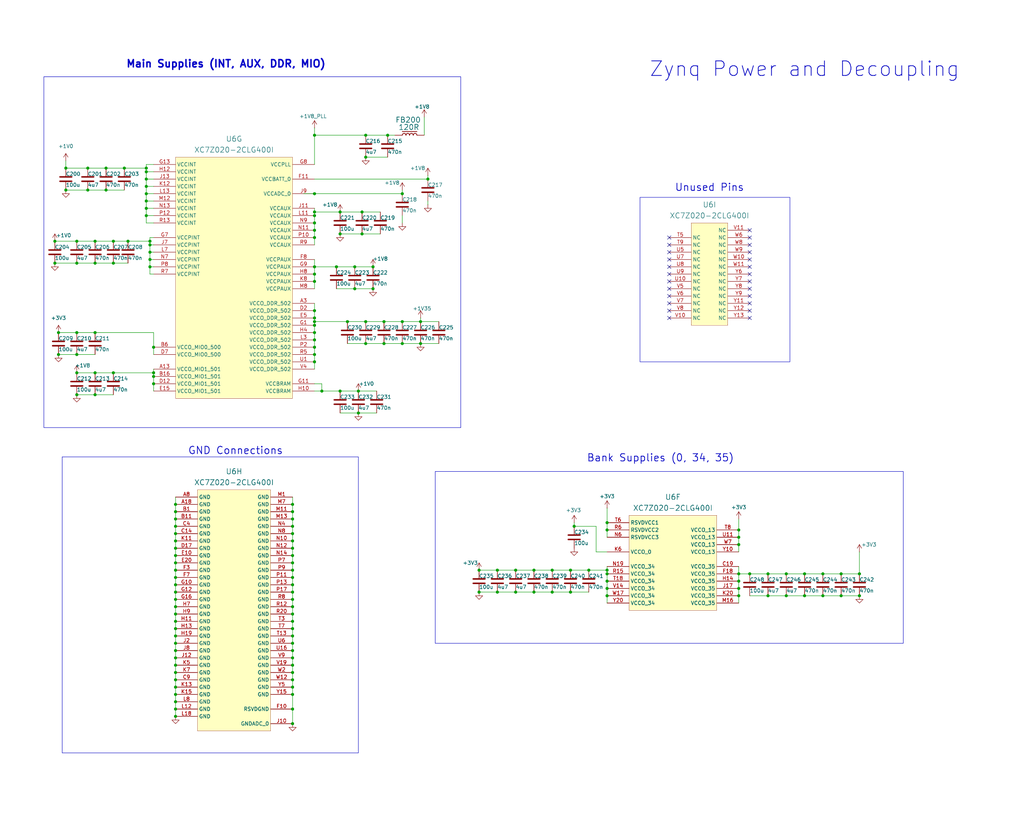
<source format=kicad_sch>
(kicad_sch (version 20231120) (generator "eeschema") (generator_version "8.0")
  (paper "User" 355.6 287.02)
  (title_block (title "Zynq Power and Decoupling") (date "2024-11-30") (rev "1"))
  (junction (at 60.96 200.66))
  (junction (at 50.8 69.85))
  (junction (at 60.96 238.76))
  (junction (at 210.82 199.39))
  (junction (at 101.6 193.04))
  (junction (at 109.22 107.95))
  (junction (at 185.42 198.12))
  (junction (at 101.6 220.98))
  (junction (at 101.6 198.12))
  (junction (at 285.75 199.39))
  (junction (at 33.02 115.57))
  (junction (at 101.6 228.6))
  (junction (at 279.4 199.39))
  (junction (at 53.34 133.35))
  (junction (at 109.22 46.99))
  (junction (at 52.07 85.09))
  (junction (at 125.73 81.28))
  (junction (at 36.83 58.42))
  (junction (at 256.54 204.47))
  (junction (at 101.6 185.42))
  (junction (at 60.96 218.44))
  (junction (at 109.22 77.47))
  (junction (at 185.42 205.74))
  (junction (at 101.6 205.74))
  (junction (at 26.67 115.57))
  (junction (at 50.8 67.31))
  (junction (at 109.22 92.71))
  (junction (at 266.7 199.39))
  (junction (at 101.6 190.5))
  (junction (at 204.47 198.12))
  (junction (at 260.35 199.39))
  (junction (at 101.6 238.76))
  (junction (at 60.96 236.22))
  (junction (at 101.6 241.3))
  (junction (at 109.22 67.31))
  (junction (at 52.07 87.63))
  (junction (at 60.96 243.84))
  (junction (at 60.96 175.26))
  (junction (at 109.22 123.19))
  (junction (at 210.82 204.47))
  (junction (at 298.45 199.39))
  (junction (at 39.37 91.44))
  (junction (at 109.22 82.55))
  (junction (at 60.96 208.28))
  (junction (at 53.34 130.81))
  (junction (at 20.32 115.57))
  (junction (at 60.96 233.68))
  (junction (at 256.54 186.69))
  (junction (at 60.96 213.36))
  (junction (at 101.6 175.26))
  (junction (at 127 119.38))
  (junction (at 109.22 118.11))
  (junction (at 60.96 241.3))
  (junction (at 198.12 198.12))
  (junction (at 256.54 207.01))
  (junction (at 39.37 129.54))
  (junction (at 26.67 137.16))
  (junction (at 52.07 90.17))
  (junction (at 146.05 119.38))
  (junction (at 148.59 62.23))
  (junction (at 127 46.99))
  (junction (at 292.1 199.39))
  (junction (at 101.6 210.82))
  (junction (at 127 54.61))
  (junction (at 109.22 80.01))
  (junction (at 101.6 213.36))
  (junction (at 101.6 203.2))
  (junction (at 109.22 74.93))
  (junction (at 60.96 246.38))
  (junction (at 19.05 83.82))
  (junction (at 292.1 207.01))
  (junction (at 125.73 73.66))
  (junction (at 39.37 83.82))
  (junction (at 60.96 215.9))
  (junction (at 101.6 177.8))
  (junction (at 210.82 198.12))
  (junction (at 50.8 62.23))
  (junction (at 210.82 181.61))
  (junction (at 60.96 220.98))
  (junction (at 256.54 201.93))
  (junction (at 210.82 207.01))
  (junction (at 33.02 137.16))
  (junction (at 172.72 205.74))
  (junction (at 279.4 207.01))
  (junction (at 109.22 125.73))
  (junction (at 36.83 66.04))
  (junction (at 273.05 207.01))
  (junction (at 101.6 195.58))
  (junction (at 101.6 231.14))
  (junction (at 109.22 73.66))
  (junction (at 30.48 58.42))
  (junction (at 133.35 119.38))
  (junction (at 60.96 185.42))
  (junction (at 60.96 187.96))
  (junction (at 111.76 135.89))
  (junction (at 60.96 231.14))
  (junction (at 109.22 110.49))
  (junction (at 50.8 74.93))
  (junction (at 60.96 182.88))
  (junction (at 26.67 123.19))
  (junction (at 101.6 246.38))
  (junction (at 33.02 91.44))
  (junction (at 139.7 119.38))
  (junction (at 172.72 198.12))
  (junction (at 256.54 184.15))
  (junction (at 166.37 205.74))
  (junction (at 101.6 180.34))
  (junction (at 60.96 203.2))
  (junction (at 101.6 223.52))
  (junction (at 139.7 111.76))
  (junction (at 101.6 182.88))
  (junction (at 60.96 180.34))
  (junction (at 53.34 129.54))
  (junction (at 133.35 111.76))
  (junction (at 266.7 207.01))
  (junction (at 26.67 83.82))
  (junction (at 118.11 81.28))
  (junction (at 139.7 67.31))
  (junction (at 146.05 111.76))
  (junction (at 199.39 182.88))
  (junction (at 118.11 135.89))
  (junction (at 60.96 228.6))
  (junction (at 118.11 73.66))
  (junction (at 22.86 58.42))
  (junction (at 166.37 198.12))
  (junction (at 101.6 208.28))
  (junction (at 124.46 135.89))
  (junction (at 191.77 198.12))
  (junction (at 123.19 92.71))
  (junction (at 123.19 100.33))
  (junction (at 101.6 200.66))
  (junction (at 33.02 83.82))
  (junction (at 210.82 184.15))
  (junction (at 116.84 92.71))
  (junction (at 53.34 120.65))
  (junction (at 50.8 72.39))
  (junction (at 26.67 91.44))
  (junction (at 26.67 129.54))
  (junction (at 60.96 177.8))
  (junction (at 129.54 100.33))
  (junction (at 60.96 190.5))
  (junction (at 50.8 59.69))
  (junction (at 50.8 58.42))
  (junction (at 60.96 210.82))
  (junction (at 43.18 58.42))
  (junction (at 129.54 92.71))
  (junction (at 120.65 111.76))
  (junction (at 101.6 233.68))
  (junction (at 101.6 236.22))
  (junction (at 127 111.76))
  (junction (at 134.62 46.99))
  (junction (at 101.6 251.46))
  (junction (at 256.54 189.23))
  (junction (at 101.6 215.9))
  (junction (at 33.02 129.54))
  (junction (at 60.96 198.12))
  (junction (at 109.22 113.03))
  (junction (at 101.6 218.44))
  (junction (at 50.8 64.77))
  (junction (at 179.07 198.12))
  (junction (at 109.22 120.65))
  (junction (at 60.96 195.58))
  (junction (at 285.75 207.01))
  (junction (at 101.6 226.06))
  (junction (at 20.32 123.19))
  (junction (at 109.22 115.57))
  (junction (at 60.96 193.04))
  (junction (at 191.77 205.74))
  (junction (at 109.22 111.76))
  (junction (at 179.07 205.74))
  (junction (at 19.05 91.44))
  (junction (at 60.96 205.74))
  (junction (at 60.96 223.52))
  (junction (at 52.07 92.71))
  (junction (at 30.48 66.04))
  (junction (at 52.07 83.82))
  (junction (at 60.96 248.92))
  (junction (at 298.45 207.01))
  (junction (at 44.45 83.82))
  (junction (at 273.05 199.39))
  (junction (at 256.54 199.39))
  (junction (at 109.22 95.25))
  (junction (at 210.82 201.93))
  (junction (at 22.86 66.04))
  (junction (at 101.6 187.96))
  (junction (at 109.22 97.79))
  (junction (at 124.46 143.51))
  (junction (at 198.12 205.74))
  (junction (at 60.96 226.06))
  (no_connect (at 232.41 95.25))
  (no_connect (at 260.35 102.87))
  (no_connect (at 232.41 90.17))
  (no_connect (at 232.41 102.87))
  (no_connect (at 260.35 82.55))
  (no_connect (at 260.35 110.49))
  (no_connect (at 260.35 92.71))
  (no_connect (at 260.35 105.41))
  (no_connect (at 232.41 97.79))
  (no_connect (at 232.41 105.41))
  (no_connect (at 232.41 92.71))
  (no_connect (at 232.41 87.63))
  (no_connect (at 260.35 97.79))
  (no_connect (at 232.41 100.33))
  (no_connect (at 260.35 87.63))
  (no_connect (at 260.35 90.17))
  (no_connect (at 260.35 107.95))
  (no_connect (at 232.41 107.95))
  (no_connect (at 232.41 85.09))
  (no_connect (at 260.35 100.33))
  (no_connect (at 260.35 80.01))
  (no_connect (at 232.41 82.55))
  (no_connect (at 232.41 110.49))
  (no_connect (at 260.35 85.09))
  (no_connect (at 260.35 95.25))
  (wire (pts (xy 30.48 58.42) (xy 36.83 58.42)))
  (wire (pts (xy 266.7 207.01) (xy 260.35 207.01)))
  (wire (pts (xy 60.96 177.8) (xy 60.96 180.34)))
  (wire (pts (xy 60.96 193.04) (xy 60.96 195.58)))
  (wire (pts (xy 124.46 143.51) (xy 130.81 143.51)))
  (wire (pts (xy 109.22 133.35) (xy 111.76 133.35)))
  (wire (pts (xy 109.22 125.73) (xy 109.22 128.27)))
  (wire (pts (xy 109.22 92.71) (xy 116.84 92.71)))
  (wire (pts (xy 39.37 91.44) (xy 44.45 91.44)))
  (wire (pts (xy 53.34 82.55) (xy 52.07 82.55)))
  (wire (pts (xy 127 46.99) (xy 134.62 46.99)))
  (wire (pts (xy 210.82 199.39) (xy 210.82 201.93)))
  (wire (pts (xy 133.35 119.38) (xy 127 119.38)))
  (wire (pts (xy 109.22 111.76) (xy 109.22 113.03)))
  (wire (pts (xy 129.54 92.71) (xy 123.19 92.71)))
  (wire (pts (xy 53.34 129.54) (xy 53.34 130.81)))
  (wire (pts (xy 207.01 191.77) (xy 207.01 182.88)))
  (wire (pts (xy 101.6 195.58) (xy 101.6 198.12)))
  (wire (pts (xy 19.05 91.44) (xy 26.67 91.44)))
  (wire (pts (xy 185.42 198.12) (xy 191.77 198.12)))
  (wire (pts (xy 30.48 66.04) (xy 36.83 66.04)))
  (wire (pts (xy 53.34 130.81) (xy 53.34 133.35)))
  (wire (pts (xy 198.12 198.12) (xy 204.47 198.12)))
  (wire (pts (xy 109.22 123.19) (xy 109.22 125.73)))
  (wire (pts (xy 101.6 218.44) (xy 101.6 220.98)))
  (wire (pts (xy 19.05 83.82) (xy 26.67 83.82)))
  (wire (pts (xy 26.67 115.57) (xy 33.02 115.57)))
  (wire (pts (xy 60.96 213.36) (xy 60.96 215.9)))
  (wire (pts (xy 101.6 172.72) (xy 101.6 175.26)))
  (wire (pts (xy 210.82 204.47) (xy 210.82 207.01)))
  (wire (pts (xy 109.22 118.11) (xy 109.22 120.65)))
  (wire (pts (xy 101.6 198.12) (xy 101.6 200.66)))
  (wire (pts (xy 109.22 62.23) (xy 148.59 62.23)))
  (wire (pts (xy 53.34 115.57) (xy 33.02 115.57)))
  (wire (pts (xy 101.6 182.88) (xy 101.6 185.42)))
  (wire (pts (xy 50.8 59.69) (xy 50.8 58.42)))
  (wire (pts (xy 172.72 198.12) (xy 179.07 198.12)))
  (wire (pts (xy 210.82 207.01) (xy 210.82 209.55)))
  (wire (pts (xy 43.18 58.42) (xy 50.8 58.42)))
  (wire (pts (xy 139.7 66.04) (xy 139.7 67.31)))
  (wire (pts (xy 52.07 83.82) (xy 52.07 85.09)))
  (wire (pts (xy 60.96 172.72) (xy 60.96 175.26)))
  (wire (pts (xy 50.8 59.69) (xy 50.8 62.23)))
  (wire (pts (xy 52.07 90.17) (xy 53.34 90.17)))
  (wire (pts (xy 256.54 199.39) (xy 260.35 199.39)))
  (wire (pts (xy 129.54 100.33) (xy 123.19 100.33)))
  (wire (pts (xy 146.05 119.38) (xy 152.4 119.38)))
  (wire (pts (xy 101.6 238.76) (xy 101.6 241.3)))
  (wire (pts (xy 109.22 72.39) (xy 109.22 73.66)))
  (wire (pts (xy 26.67 83.82) (xy 33.02 83.82)))
  (wire (pts (xy 60.96 185.42) (xy 60.96 187.96)))
  (wire (pts (xy 118.11 135.89) (xy 124.46 135.89)))
  (wire (pts (xy 207.01 182.88) (xy 199.39 182.88)))
  (wire (pts (xy 52.07 95.25) (xy 53.34 95.25)))
  (wire (pts (xy 166.37 205.74) (xy 172.72 205.74)))
  (wire (pts (xy 109.22 57.15) (xy 109.22 46.99)))
  (wire (pts (xy 101.6 213.36) (xy 101.6 215.9)))
  (wire (pts (xy 125.73 81.28) (xy 132.08 81.28)))
  (wire (pts (xy 109.22 97.79) (xy 109.22 100.33)))
  (wire (pts (xy 256.54 204.47) (xy 256.54 207.01)))
  (wire (pts (xy 33.02 91.44) (xy 39.37 91.44)))
  (wire (pts (xy 109.22 135.89) (xy 111.76 135.89)))
  (wire (pts (xy 285.75 199.39) (xy 292.1 199.39)))
  (wire (pts (xy 33.02 83.82) (xy 39.37 83.82)))
  (wire (pts (xy 50.8 69.85) (xy 50.8 72.39)))
  (wire (pts (xy 52.07 85.09) (xy 52.07 87.63)))
  (wire (pts (xy 210.82 176.53) (xy 210.82 181.61)))
  (wire (pts (xy 101.6 185.42) (xy 101.6 187.96)))
  (wire (pts (xy 60.96 223.52) (xy 60.96 226.06)))
  (wire (pts (xy 109.22 82.55) (xy 109.22 85.09)))
  (wire (pts (xy 39.37 83.82) (xy 44.45 83.82)))
  (wire (pts (xy 60.96 210.82) (xy 60.96 213.36)))
  (wire (pts (xy 127 54.61) (xy 134.62 54.61)))
  (wire (pts (xy 273.05 207.01) (xy 266.7 207.01)))
  (wire (pts (xy 36.83 66.04) (xy 43.18 66.04)))
  (wire (pts (xy 111.76 135.89) (xy 111.76 133.35)))
  (wire (pts (xy 123.19 100.33) (xy 116.84 100.33)))
  (wire (pts (xy 148.59 71.12) (xy 148.59 69.85)))
  (wire (pts (xy 101.6 210.82) (xy 101.6 213.36)))
  (wire (pts (xy 210.82 198.12) (xy 210.82 199.39)))
  (wire (pts (xy 109.22 67.31) (xy 139.7 67.31)))
  (wire (pts (xy 256.54 201.93) (xy 256.54 204.47)))
  (wire (pts (xy 33.02 129.54) (xy 39.37 129.54)))
  (wire (pts (xy 101.6 208.28) (xy 101.6 210.82)))
  (wire (pts (xy 166.37 198.12) (xy 172.72 198.12)))
  (wire (pts (xy 50.8 64.77) (xy 53.34 64.77)))
  (wire (pts (xy 101.6 180.34) (xy 101.6 182.88)))
  (wire (pts (xy 146.05 111.76) (xy 152.4 111.76)))
  (wire (pts (xy 52.07 82.55) (xy 52.07 83.82)))
  (wire (pts (xy 118.11 135.89) (xy 111.76 135.89)))
  (wire (pts (xy 101.6 200.66) (xy 101.6 203.2)))
  (wire (pts (xy 101.6 223.52) (xy 101.6 226.06)))
  (wire (pts (xy 109.22 95.25) (xy 109.22 97.79)))
  (wire (pts (xy 116.84 92.71) (xy 123.19 92.71)))
  (wire (pts (xy 109.22 120.65) (xy 109.22 123.19)))
  (wire (pts (xy 36.83 58.42) (xy 43.18 58.42)))
  (wire (pts (xy 60.96 220.98) (xy 60.96 223.52)))
  (wire (pts (xy 146.05 111.76) (xy 139.7 111.76)))
  (wire (pts (xy 101.6 175.26) (xy 101.6 177.8)))
  (wire (pts (xy 53.34 133.35) (xy 53.34 135.89)))
  (wire (pts (xy 60.96 218.44) (xy 60.96 220.98)))
  (wire (pts (xy 60.96 205.74) (xy 60.96 208.28)))
  (wire (pts (xy 109.22 74.93) (xy 109.22 77.47)))
  (wire (pts (xy 60.96 208.28) (xy 60.96 210.82)))
  (wire (pts (xy 210.82 191.77) (xy 207.01 191.77)))
  (wire (pts (xy 137.16 46.99) (xy 134.62 46.99)))
  (wire (pts (xy 50.8 72.39) (xy 53.34 72.39)))
  (wire (pts (xy 120.65 119.38) (xy 127 119.38)))
  (wire (pts (xy 50.8 77.47) (xy 50.8 74.93)))
  (wire (pts (xy 204.47 198.12) (xy 210.82 198.12)))
  (wire (pts (xy 127 111.76) (xy 120.65 111.76)))
  (wire (pts (xy 179.07 205.74) (xy 185.42 205.74)))
  (wire (pts (xy 256.54 180.34) (xy 256.54 184.15)))
  (wire (pts (xy 101.6 205.74) (xy 101.6 208.28)))
  (wire (pts (xy 53.34 128.27) (xy 53.34 129.54)))
  (wire (pts (xy 53.34 120.65) (xy 53.34 123.19)))
  (wire (pts (xy 39.37 129.54) (xy 53.34 129.54)))
  (wire (pts (xy 60.96 200.66) (xy 60.96 203.2)))
  (wire (pts (xy 273.05 199.39) (xy 279.4 199.39)))
  (wire (pts (xy 26.67 91.44) (xy 33.02 91.44)))
  (wire (pts (xy 210.82 196.85) (xy 210.82 198.12)))
  (wire (pts (xy 101.6 236.22) (xy 101.6 238.76)))
  (wire (pts (xy 20.32 123.19) (xy 26.67 123.19)))
  (wire (pts (xy 60.96 180.34) (xy 60.96 182.88)))
  (wire (pts (xy 101.6 231.14) (xy 101.6 233.68)))
  (wire (pts (xy 109.22 110.49) (xy 109.22 111.76)))
  (wire (pts (xy 60.96 233.68) (xy 60.96 236.22)))
  (wire (pts (xy 22.86 58.42) (xy 30.48 58.42)))
  (wire (pts (xy 101.6 220.98) (xy 101.6 223.52)))
  (wire (pts (xy 101.6 190.5) (xy 101.6 193.04)))
  (wire (pts (xy 109.22 90.17) (xy 109.22 92.71)))
  (wire (pts (xy 60.96 187.96) (xy 60.96 190.5)))
  (wire (pts (xy 33.02 137.16) (xy 39.37 137.16)))
  (wire (pts (xy 125.73 73.66) (xy 132.08 73.66)))
  (wire (pts (xy 109.22 113.03) (xy 109.22 115.57)))
  (wire (pts (xy 52.07 92.71) (xy 53.34 92.71)))
  (wire (pts (xy 50.8 67.31) (xy 50.8 64.77)))
  (wire (pts (xy 256.54 199.39) (xy 256.54 201.93)))
  (wire (pts (xy 256.54 207.01) (xy 256.54 209.55)))
  (wire (pts (xy 105.41 67.31) (xy 109.22 67.31)))
  (wire (pts (xy 185.42 205.74) (xy 191.77 205.74)))
  (wire (pts (xy 60.96 231.14) (xy 60.96 233.68)))
  (wire (pts (xy 127 111.76) (xy 133.35 111.76)))
  (wire (pts (xy 101.6 187.96) (xy 101.6 190.5)))
  (wire (pts (xy 50.8 59.69) (xy 53.34 59.69)))
  (wire (pts (xy 50.8 58.42) (xy 50.8 57.15)))
  (wire (pts (xy 44.45 83.82) (xy 52.07 83.82)))
  (wire (pts (xy 147.32 40.64) (xy 147.32 46.99)))
  (wire (pts (xy 139.7 74.93) (xy 139.7 77.47)))
  (wire (pts (xy 256.54 184.15) (xy 256.54 186.69)))
  (wire (pts (xy 109.22 80.01) (xy 109.22 82.55)))
  (wire (pts (xy 118.11 81.28) (xy 125.73 81.28)))
  (wire (pts (xy 139.7 119.38) (xy 146.05 119.38)))
  (wire (pts (xy 279.4 207.01) (xy 285.75 207.01)))
  (wire (pts (xy 52.07 92.71) (xy 52.07 95.25)))
  (wire (pts (xy 50.8 74.93) (xy 50.8 72.39)))
  (wire (pts (xy 101.6 203.2) (xy 101.6 205.74)))
  (wire (pts (xy 101.6 193.04) (xy 101.6 195.58)))
  (wire (pts (xy 60.96 238.76) (xy 60.96 241.3)))
  (wire (pts (xy 52.07 85.09) (xy 53.34 85.09)))
  (wire (pts (xy 101.6 241.3) (xy 101.6 246.38)))
  (wire (pts (xy 146.05 110.49) (xy 146.05 111.76)))
  (wire (pts (xy 101.6 226.06) (xy 101.6 228.6)))
  (wire (pts (xy 60.96 228.6) (xy 60.96 231.14)))
  (wire (pts (xy 273.05 199.39) (xy 266.7 199.39)))
  (wire (pts (xy 172.72 205.74) (xy 179.07 205.74)))
  (wire (pts (xy 256.54 186.69) (xy 256.54 189.23)))
  (wire (pts (xy 109.22 73.66) (xy 109.22 74.93)))
  (wire (pts (xy 20.32 115.57) (xy 26.67 115.57)))
  (wire (pts (xy 198.12 205.74) (xy 204.47 205.74)))
  (wire (pts (xy 60.96 226.06) (xy 60.96 228.6)))
  (wire (pts (xy 60.96 203.2) (xy 60.96 205.74)))
  (wire (pts (xy 273.05 207.01) (xy 279.4 207.01)))
  (wire (pts (xy 256.54 196.85) (xy 256.54 199.39)))
  (wire (pts (xy 133.35 119.38) (xy 139.7 119.38)))
  (wire (pts (xy 60.96 241.3) (xy 60.96 243.84)))
  (wire (pts (xy 101.6 233.68) (xy 101.6 236.22)))
  (wire (pts (xy 109.22 105.41) (xy 109.22 107.95)))
  (wire (pts (xy 139.7 111.76) (xy 133.35 111.76)))
  (wire (pts (xy 50.8 74.93) (xy 53.34 74.93)))
  (wire (pts (xy 191.77 205.74) (xy 198.12 205.74)))
  (wire (pts (xy 148.59 62.23) (xy 148.59 60.96)))
  (wire (pts (xy 199.39 181.61) (xy 199.39 182.88)))
  (wire (pts (xy 109.22 73.66) (xy 118.11 73.66)))
  (wire (pts (xy 60.96 195.58) (xy 60.96 198.12)))
  (wire (pts (xy 101.6 177.8) (xy 101.6 180.34)))
  (wire (pts (xy 52.07 87.63) (xy 53.34 87.63)))
  (wire (pts (xy 109.22 44.45) (xy 109.22 46.99)))
  (wire (pts (xy 53.34 120.65) (xy 53.34 115.57)))
  (wire (pts (xy 298.45 199.39) (xy 292.1 199.39)))
  (wire (pts (xy 60.96 236.22) (xy 60.96 238.76)))
  (wire (pts (xy 50.8 67.31) (xy 53.34 67.31)))
  (wire (pts (xy 60.96 215.9) (xy 60.96 218.44)))
  (wire (pts (xy 60.96 198.12) (xy 60.96 200.66)))
  (wire (pts (xy 124.46 135.89) (xy 130.81 135.89)))
  (wire (pts (xy 109.22 111.76) (xy 120.65 111.76)))
  (wire (pts (xy 210.82 181.61) (xy 210.82 184.15)))
  (wire (pts (xy 50.8 69.85) (xy 53.34 69.85)))
  (wire (pts (xy 52.07 87.63) (xy 52.07 90.17)))
  (wire (pts (xy 60.96 243.84) (xy 60.96 246.38)))
  (wire (pts (xy 101.6 215.9) (xy 101.6 218.44)))
  (wire (pts (xy 256.54 189.23) (xy 256.54 191.77)))
  (wire (pts (xy 210.82 184.15) (xy 210.82 186.69)))
  (wire (pts (xy 179.07 198.12) (xy 185.42 198.12)))
  (wire (pts (xy 292.1 207.01) (xy 298.45 207.01)))
  (wire (pts (xy 60.96 182.88) (xy 60.96 185.42)))
  (wire (pts (xy 101.6 246.38) (xy 101.6 251.46)))
  (wire (pts (xy 52.07 90.17) (xy 52.07 92.71)))
  (wire (pts (xy 191.77 198.12) (xy 198.12 198.12)))
  (wire (pts (xy 109.22 46.99) (xy 127 46.99)))
  (wire (pts (xy 22.86 66.04) (xy 30.48 66.04)))
  (wire (pts (xy 26.67 129.54) (xy 33.02 129.54)))
  (wire (pts (xy 298.45 191.77) (xy 298.45 199.39)))
  (wire (pts (xy 118.11 73.66) (xy 125.73 73.66)))
  (wire (pts (xy 101.6 228.6) (xy 101.6 231.14)))
  (wire (pts (xy 50.8 62.23) (xy 53.34 62.23)))
  (wire (pts (xy 50.8 69.85) (xy 50.8 67.31)))
  (wire (pts (xy 53.34 77.47) (xy 50.8 77.47)))
  (wire (pts (xy 109.22 107.95) (xy 109.22 110.49)))
  (wire (pts (xy 210.82 201.93) (xy 210.82 204.47)))
  (wire (pts (xy 22.86 55.88) (xy 22.86 58.42)))
  (wire (pts (xy 26.67 123.19) (xy 33.02 123.19)))
  (wire (pts (xy 50.8 57.15) (xy 53.34 57.15)))
  (wire (pts (xy 285.75 207.01) (xy 292.1 207.01)))
  (wire (pts (xy 109.22 77.47) (xy 109.22 80.01)))
  (wire (pts (xy 60.96 246.38) (xy 60.96 248.92)))
  (wire (pts (xy 60.96 175.26) (xy 60.96 177.8)))
  (wire (pts (xy 60.96 190.5) (xy 60.96 193.04)))
  (wire (pts (xy 260.35 199.39) (xy 266.7 199.39)))
  (wire (pts (xy 109.22 92.71) (xy 109.22 95.25)))
  (wire (pts (xy 279.4 199.39) (xy 285.75 199.39)))
  (wire (pts (xy 118.11 143.51) (xy 124.46 143.51)))
  (wire (pts (xy 50.8 64.77) (xy 50.8 62.23)))
  (wire (pts (xy 109.22 115.57) (xy 109.22 118.11)))
  (wire (pts (xy 26.67 137.16) (xy 33.02 137.16)))
  (rectangle (start 222.25 68.58) (end 274.32 125.73))
  (rectangle (start 151.13 163.83) (end 313.69 223.52))
  (rectangle (start 15.24 26.67) (end 160.02 148.59))
  (rectangle (start 21.59 158.75) (end 124.46 261.62))
  (text "Main Supplies (INT, AUX, DDR, MIO)" (at 78.486 22.352 0) (effects (font (size 2.54 2.54) (thickness 0.508) (bold yes))))
  (text "GND Connections" (at 81.788 156.718 0) (effects (font (size 2.54 2.54) (thickness 0.254) (bold yes))))
  (text "Unused Pins" (at 246.38 65.278 0) (effects (font (size 2.54 2.54) (thickness 0.254) (bold yes))))
  (text "Zynq Power and Decoupling" (at 279.4 24.13 0) (effects (font (size 5.08 5.08) (thickness 0.254) (bold yes))))
  (text "Bank Supplies (0, 34, 35)" (at 229.362 159.258 0) (effects (font (size 2.54 2.54) (thickness 0.254) (bold yes))))
  (symbol (lib_id "power:+1V0") (at 210.82 176.53 0) (unit 1)
    (property "Reference" "#PWR0222" (effects (hide yes)))
    (property "Value" "+3V3" (at 210.82 172.466 0))
    (property "Description" "Power symbol creates a global label with name \"+1V0\"" (effects (hide yes)))
  )
  (symbol (lib_id "power:GND") (at 298.45 207.01 0) (unit 1)
    (property "Reference" "#PWR058" (effects (hide yes)))
    (property "Value" "GND" (effects (hide yes)))
    (property "Description" "Power symbol creates a global label with name \"GND\" , ground" (effects (hide yes)))
  )
  (symbol (lib_id "Device:C") (at 146.05 115.57 0) (unit 1)
    (property "Reference" "C226" (at 146.05 113.792 0) (effects (justify left)))
    (property "Value" "470n" (at 146.05 117.602 0) (effects (justify left)))
    (property "Footprint" "Capacitor_SMD:C_0402_1005Metric" (effects (hide yes)))
    (property "Description" "Unpolarized capacitor" (effects (hide yes)))
    (property "LCSC" "C47339" (effects (hide yes)))
    (property "Manufacturer Part Number" "CL05A474KP5NNNC" (effects (hide yes)))
  )
  (symbol (lib_id "Device:C") (at 172.72 201.93 0) (unit 1)
    (property "Reference" "C236" (at 172.72 200.152 0) (effects (justify left)))
    (property "Value" "4u7" (at 172.72 203.962 0) (effects (justify left)))
    (property "Footprint" "Capacitor_SMD:C_0402_1005Metric" (effects (hide yes)))
    (property "Description" "Unpolarized capacitor" (effects (hide yes)))
    (property "LCSC" "C23733" (effects (hide yes)))
    (property "Manufacturer Part Number" "CL05A475MP5NRNC" (effects (hide yes)))
  )
  (symbol (lib_id "Device:C") (at 39.37 87.63 0) (unit 1)
    (property "Reference" "C207" (at 39.37 85.852 0) (effects (justify left)))
    (property "Value" "470n" (at 39.37 89.662 0) (effects (justify left)))
    (property "Footprint" "Capacitor_SMD:C_0402_1005Metric" (effects (hide yes)))
    (property "Description" "Unpolarized capacitor" (effects (hide yes)))
    (property "LCSC" "C47339" (effects (hide yes)))
    (property "Manufacturer Part Number" "CL05A474KP5NNNC" (effects (hide yes)))
  )
  (symbol (lib_id "power:+1V0") (at 19.05 83.82 0) (unit 1)
    (property "Reference" "#PWR030" (effects (hide yes)))
    (property "Value" "+1V0" (at 22.098 81.788 0))
    (property "Description" "Power symbol creates a global label with name \"+1V0\"" (effects (hide yes)))
  )
  (symbol (lib_id "power:+1V0") (at 26.67 129.54 0) (unit 1)
    (property "Reference" "#PWR034" (effects (hide yes)))
    (property "Value" "+1V8" (at 28.702 127 0))
    (property "Description" "Power symbol creates a global label with name \"+1V0\"" (effects (hide yes)))
  )
  (symbol (lib_id "Device:C") (at 22.86 62.23 0) (unit 1)
    (property "Reference" "C200" (at 22.86 60.452 0) (effects (justify left)))
    (property "Value" "100u" (at 22.86 64.262 0) (effects (justify left)))
    (property "Footprint" "Capacitor_SMD:C_1206_3216Metric" (effects (hide yes)))
    (property "Description" "Unpolarized capacitor" (effects (hide yes)))
    (property "LCSC" "C15008" (effects (hide yes)))
    (property "Manufacturer Part Number" "CL31A107MQHNNNE" (effects (hide yes)))
  )
  (symbol (lib_id "Device:C") (at 273.05 203.2 0) (unit 1)
    (property "Reference" "C246" (at 273.05 201.422 0) (effects (justify left)))
    (property "Value" "4u7" (at 273.05 205.232 0) (effects (justify left)))
    (property "Footprint" "Capacitor_SMD:C_0402_1005Metric" (effects (hide yes)))
    (property "Description" "Unpolarized capacitor" (effects (hide yes)))
    (property "LCSC" "C23733" (effects (hide yes)))
    (property "Manufacturer Part Number" "CL05A475MP5NRNC" (effects (hide yes)))
  )
  (symbol (lib_id "Device:C") (at 279.4 203.2 0) (unit 1)
    (property "Reference" "C245" (at 279.4 201.422 0) (effects (justify left)))
    (property "Value" "470n" (at 279.4 205.232 0) (effects (justify left)))
    (property "Footprint" "Capacitor_SMD:C_0402_1005Metric" (effects (hide yes)))
    (property "Description" "Unpolarized capacitor" (effects (hide yes)))
    (property "LCSC" "C47339" (effects (hide yes)))
    (property "Manufacturer Part Number" "CL05A474KP5NNNC" (effects (hide yes)))
  )
  (symbol (lib_id "Zynq_xc7z0x0-x:CMP-0363-00007-3") (at 218.44 179.07 0) (unit 6)
    (property "Reference" "U6" (at 233.68 172.72 0) (effects (font (size 1.8288 1.8288))))
    (property "Value" "XC7Z020-2CLG400I" (at 233.68 176.53 0) (effects (font (size 1.8288 1.8288))))
    (property "Footprint" "zynq_sc7z0x0:CLG400" (effects (hide yes)))
    (property "Description" "667 MHz Zynq™-7000 AP SoC, 130 PS I/O, 100 FPGA I/O, 400-Ball BGA, Speed Grade 1, Commercial Grade, Pb-Free" (effects (hide yes)))
    (property "Flip Flops" "35200" (effects (hide yes)))
    (property "ComponentLink6Description" "PCB and Layout Guide" (effects (hide yes)))
    (property "ComponentLink3Description" "DC and AC Switching Characteristics" (effects (hide yes)))
    (property "Speed Grade" "-1" (effects (hide yes)))
    (property "ComponentLink2URL" "http://www.xilinx.com/support/documentation/user_guides/ug865-Zynq-7000-Pkg-Pinout.pdf" (effects (hide yes)))
    (property "PackageReference" "CLG400" (effects (hide yes)))
    (property "ComponentLink3URL" "http://www.xilinx.com/support/documentation/data_sheets/ds187-XC7Z010-XC7Z020-Data-Sheet.pdf" (effects (hide yes)))
    (property "LUTs" "17600" (effects (hide yes)))
    (property "DatasheetVersion" "v1.2" (effects (hide yes)))
    (property "Generic Part Number" "XC7Z010" (effects (hide yes)))
    (property "ComponentLink2Description" "Package Specification" (effects (hide yes)))
    (property "ComponentLink1Description" "Datasheet" (effects (hide yes)))
    (property "PartNumber" "XC7Z010-1CLG400C" (effects (hide yes)))
    (property "ComponentLink5Description" "Packaging and Pinout" (effects (hide yes)))
    (property "Code_JEDEC" "MO-275-MMAA-1" (effects (hide yes)))
    (property "RoHS" "Pb-Free" (effects (hide yes)))
    (property "ComponentLink5URL" "http://www.xilinx.com/support/documentation/user_guides/ug865-Zynq-7000-Pkg-Pinout.pdf" (effects (hide yes)))
    (property "ComponentLink1URL" "http://www.xilinx.com/support/documentation/data_sheets/ds190-Zynq-7000-Overview.pdf" (effects (hide yes)))
    (property "ComponentLink4Description" "Package File" (effects (hide yes)))
    (property "ComponentLink4URL" "http://www.xilinx.com/support/packagefiles/z7packages/xc7z010clg400pkg.txt" (effects (hide yes)))
    (property "Extensible Block RAM (# 36Kb Blocks)" "240 KB (60)" (effects (hide yes)))
    (property "PackageDescription" "Wire-Bond Chip-Scale BGA, Body 17 x 17 mm, 0.8 mm Pitch" (effects (hide yes)))
    (property "PackageVersion" "Rev 1.1, 09/2012" (effects (hide yes)))
    (property "Mounting Technology" "Surface Mount" (effects (hide yes)))
    (property "ComponentLink6URL" "http://www.xilinx.com/support/documentation/user_guides/ug483_7Series_PCB.pdf" (effects (hide yes)))
    (property "LCSC" "C569043" (effects (hide yes)))
    (property "Manufacturer Part Number" "XC7Z020-2CLG400I" (effects (hide yes)))
  )
  (symbol (lib_id "power:+1V0") (at 298.45 191.77 0) (unit 1)
    (property "Reference" "#PWR057" (effects (hide yes)))
    (property "Value" "+3V3" (at 301.752 189.23 0))
    (property "Description" "Power symbol creates a global label with name \"+1V0\"" (effects (hide yes)))
  )
  (symbol (lib_id "Device:C") (at 292.1 203.2 0) (unit 1)
    (property "Reference" "C243" (at 292.1 201.422 0) (effects (justify left)))
    (property "Value" "470n" (at 292.1 205.232 0) (effects (justify left)))
    (property "Footprint" "Capacitor_SMD:C_0402_1005Metric" (effects (hide yes)))
    (property "Description" "Unpolarized capacitor" (effects (hide yes)))
    (property "LCSC" "C47339" (effects (hide yes)))
    (property "Manufacturer Part Number" "CL05A474KP5NNNC" (effects (hide yes)))
  )
  (symbol (lib_id "power:+1V0") (at 147.32 40.64 0) (unit 1)
    (property "Reference" "#PWR036" (effects (hide yes)))
    (property "Value" "+1V8" (at 146.558 37.084 0))
    (property "Description" "Power symbol creates a global label with name \"+1V0\"" (effects (hide yes)))
  )
  (symbol (lib_id "Device:C") (at 26.67 133.35 0) (unit 1)
    (property "Reference" "C212" (at 26.67 131.572 0) (effects (justify left)))
    (property "Value" "100u" (at 26.67 135.382 0) (effects (justify left)))
    (property "Footprint" "Capacitor_SMD:C_1206_3216Metric" (effects (hide yes)))
    (property "Description" "Unpolarized capacitor" (effects (hide yes)))
    (property "LCSC" "C15008" (effects (hide yes)))
    (property "Manufacturer Part Number" "CL31A107MQHNNNE" (effects (hide yes)))
  )
  (symbol (lib_id "Device:C") (at 152.4 115.57 0) (unit 1)
    (property "Reference" "C225" (at 152.4 113.792 0) (effects (justify left)))
    (property "Value" "470n" (at 152.4 117.602 0) (effects (justify left)))
    (property "Footprint" "Capacitor_SMD:C_0402_1005Metric" (effects (hide yes)))
    (property "Description" "Unpolarized capacitor" (effects (hide yes)))
    (property "LCSC" "C47339" (effects (hide yes)))
    (property "Manufacturer Part Number" "CL05A474KP5NNNC" (effects (hide yes)))
  )
  (symbol (lib_id "Device:C") (at 204.47 201.93 0) (unit 1)
    (property "Reference" "C241" (at 204.47 200.152 0) (effects (justify left)))
    (property "Value" "470n" (at 204.47 203.962 0) (effects (justify left)))
    (property "Footprint" "Capacitor_SMD:C_0402_1005Metric" (effects (hide yes)))
    (property "Description" "Unpolarized capacitor" (effects (hide yes)))
    (property "LCSC" "C47339" (effects (hide yes)))
    (property "Manufacturer Part Number" "CL05A474KP5NNNC" (effects (hide yes)))
  )
  (symbol (lib_id "power:GND") (at 146.05 119.38 0) (unit 1)
    (property "Reference" "#PWR044" (effects (hide yes)))
    (property "Value" "GND" (effects (hide yes)))
    (property "Description" "Power symbol creates a global label with name \"GND\" , ground" (effects (hide yes)))
  )
  (symbol (lib_id "power:+1V0") (at 199.39 181.61 0) (unit 1)
    (property "Reference" "#PWR052" (effects (hide yes)))
    (property "Value" "+3V3" (at 199.136 177.292 0))
    (property "Description" "Power symbol creates a global label with name \"+1V0\"" (effects (hide yes)))
  )
  (symbol (lib_id "Device:C") (at 134.62 50.8 0) (unit 1)
    (property "Reference" "C215" (at 134.62 49.022 0) (effects (justify left)))
    (property "Value" "470n" (at 134.62 52.832 0) (effects (justify left)))
    (property "Footprint" "Capacitor_SMD:C_0402_1005Metric" (effects (hide yes)))
    (property "Description" "Unpolarized capacitor" (effects (hide yes)))
    (property "LCSC" "C47339" (effects (hide yes)))
    (property "Manufacturer Part Number" "CL05A474KP5NNNC" (effects (hide yes)))
  )
  (symbol (lib_id "Device:C") (at 199.39 186.69 0) (unit 1)
    (property "Reference" "C234" (at 199.39 184.912 0) (effects (justify left)))
    (property "Value" "100u" (at 199.39 188.722 0) (effects (justify left)))
    (property "Footprint" "Capacitor_SMD:C_1206_3216Metric" (effects (hide yes)))
    (property "Description" "Unpolarized capacitor" (effects (hide yes)))
    (property "LCSC" "C15008" (effects (hide yes)))
    (property "Manufacturer Part Number" "CL31A107MQHNNNE" (effects (hide yes)))
  )
  (symbol (lib_id "Device:C") (at 198.12 201.93 0) (unit 1)
    (property "Reference" "C240" (at 198.12 200.152 0) (effects (justify left)))
    (property "Value" "470n" (at 198.12 203.962 0) (effects (justify left)))
    (property "Footprint" "Capacitor_SMD:C_0402_1005Metric" (effects (hide yes)))
    (property "Description" "Unpolarized capacitor" (effects (hide yes)))
    (property "LCSC" "C47339" (effects (hide yes)))
    (property "Manufacturer Part Number" "CL05A474KP5NNNC" (effects (hide yes)))
  )
  (symbol (lib_id "Device:C") (at 298.45 203.2 0) (unit 1)
    (property "Reference" "C242" (at 298.45 201.422 0) (effects (justify left)))
    (property "Value" "470n" (at 298.45 205.232 0) (effects (justify left)))
    (property "Footprint" "Capacitor_SMD:C_0402_1005Metric" (effects (hide yes)))
    (property "Description" "Unpolarized capacitor" (effects (hide yes)))
    (property "LCSC" "C47339" (effects (hide yes)))
    (property "Manufacturer Part Number" "CL05A474KP5NNNC" (effects (hide yes)))
  )
  (symbol (lib_id "power:+1V0") (at 118.11 73.66 0) (unit 1)
    (property "Reference" "#PWR0218" (effects (hide yes)))
    (property "Value" "+1V8" (at 114.554 71.12 0))
    (property "Description" "Power symbol creates a global label with name \"+1V0\"" (effects (hide yes)))
  )
  (symbol (lib_id "Device:C") (at 148.59 66.04 0) (unit 1)
    (property "Reference" "C217" (at 148.59 64.262 0) (effects (justify left)))
    (property "Value" "470n" (at 148.59 68.072 0) (effects (justify left)))
    (property "Footprint" "Capacitor_SMD:C_0402_1005Metric" (effects (hide yes)))
    (property "Description" "Unpolarized capacitor" (effects (hide yes)))
    (property "LCSC" "C47339" (effects (hide yes)))
    (property "Manufacturer Part Number" "CL05A474KP5NNNC" (effects (hide yes)))
  )
  (symbol (lib_id "Device:C") (at 266.7 203.2 0) (unit 1)
    (property "Reference" "C247" (at 266.7 201.422 0) (effects (justify left)))
    (property "Value" "4u7" (at 266.7 205.232 0) (effects (justify left)))
    (property "Footprint" "Capacitor_SMD:C_0402_1005Metric" (effects (hide yes)))
    (property "Description" "Unpolarized capacitor" (effects (hide yes)))
    (property "LCSC" "C23733" (effects (hide yes)))
    (property "Manufacturer Part Number" "CL05A475MP5NRNC" (effects (hide yes)))
  )
  (symbol (lib_id "Device:C") (at 123.19 96.52 0) (unit 1)
    (property "Reference" "C223" (at 123.19 94.742 0) (effects (justify left)))
    (property "Value" "4u7" (at 123.19 98.552 0) (effects (justify left)))
    (property "Footprint" "Capacitor_SMD:C_0402_1005Metric" (effects (hide yes)))
    (property "Description" "Unpolarized capacitor" (effects (hide yes)))
    (property "LCSC" "C23733" (effects (hide yes)))
    (property "Manufacturer Part Number" "CL05A475MP5NRNC" (effects (hide yes)))
  )
  (symbol (lib_id "Device:C") (at 43.18 62.23 0) (unit 1)
    (property "Reference" "C203" (at 43.18 60.452 0) (effects (justify left)))
    (property "Value" "470n" (at 43.18 64.262 0) (effects (justify left)))
    (property "Footprint" "Capacitor_SMD:C_0402_1005Metric" (effects (hide yes)))
    (property "Description" "Unpolarized capacitor" (effects (hide yes)))
    (property "LCSC" "C47339" (effects (hide yes)))
    (property "Manufacturer Part Number" "CL05A474KP5NNNC" (effects (hide yes)))
  )
  (symbol (lib_id "power:GND") (at 124.46 143.51 0) (unit 1)
    (property "Reference" "#PWR046" (effects (hide yes)))
    (property "Value" "GND" (effects (hide yes)))
    (property "Description" "Power symbol creates a global label with name \"GND\" , ground" (effects (hide yes)))
  )
  (symbol (lib_id "Device:C") (at 26.67 87.63 0) (unit 1)
    (property "Reference" "C205" (at 26.67 85.852 0) (effects (justify left)))
    (property "Value" "4u7" (at 26.67 89.662 0) (effects (justify left)))
    (property "Footprint" "Capacitor_SMD:C_0402_1005Metric" (effects (hide yes)))
    (property "Description" "Unpolarized capacitor" (effects (hide yes)))
    (property "LCSC" "C23733" (effects (hide yes)))
    (property "Manufacturer Part Number" "CL05A475MP5NRNC" (effects (hide yes)))
  )
  (symbol (lib_id "Device:C") (at 30.48 62.23 0) (unit 1)
    (property "Reference" "C201" (at 30.48 60.452 0) (effects (justify left)))
    (property "Value" "4u7" (at 30.48 64.262 0) (effects (justify left)))
    (property "Footprint" "Capacitor_SMD:C_0402_1005Metric" (effects (hide yes)))
    (property "Description" "Unpolarized capacitor" (effects (hide yes)))
    (property "LCSC" "C23733" (effects (hide yes)))
    (property "Manufacturer Part Number" "CL05A475MP5NRNC" (effects (hide yes)))
  )
  (symbol (lib_id "Device:C") (at 44.45 87.63 0) (unit 1)
    (property "Reference" "C208" (at 44.45 85.852 0) (effects (justify left)))
    (property "Value" "470n" (at 44.45 89.662 0) (effects (justify left)))
    (property "Footprint" "Capacitor_SMD:C_0402_1005Metric" (effects (hide yes)))
    (property "Description" "Unpolarized capacitor" (effects (hide yes)))
    (property "LCSC" "C47339" (effects (hide yes)))
    (property "Manufacturer Part Number" "CL05A474KP5NNNC" (effects (hide yes)))
  )
  (symbol (lib_id "Device:C") (at 139.7 115.57 0) (unit 1)
    (property "Reference" "C227" (at 139.7 113.792 0) (effects (justify left)))
    (property "Value" "470n" (at 139.7 117.602 0) (effects (justify left)))
    (property "Footprint" "Capacitor_SMD:C_0402_1005Metric" (effects (hide yes)))
    (property "Description" "Unpolarized capacitor" (effects (hide yes)))
    (property "LCSC" "C47339" (effects (hide yes)))
    (property "Manufacturer Part Number" "CL05A474KP5NNNC" (effects (hide yes)))
  )
  (symbol (lib_id "Device:C") (at 179.07 201.93 0) (unit 1)
    (property "Reference" "C237" (at 179.07 200.152 0) (effects (justify left)))
    (property "Value" "4u7" (at 179.07 203.962 0) (effects (justify left)))
    (property "Footprint" "Capacitor_SMD:C_0402_1005Metric" (effects (hide yes)))
    (property "Description" "Unpolarized capacitor" (effects (hide yes)))
    (property "LCSC" "C23733" (effects (hide yes)))
    (property "Manufacturer Part Number" "CL05A475MP5NRNC" (effects (hide yes)))
  )
  (symbol (lib_id "power:+1V0") (at 124.46 135.89 0) (unit 1)
    (property "Reference" "#PWR047" (effects (hide yes)))
    (property "Value" "+1V0" (at 127.254 133.35 0))
    (property "Description" "Power symbol creates a global label with name \"+1V0\"" (effects (hide yes)))
  )
  (symbol (lib_id "power:GND") (at 22.86 66.04 0) (unit 1)
    (property "Reference" "#PWR029" (effects (hide yes)))
    (property "Value" "GND" (effects (hide yes)))
    (property "Description" "Power symbol creates a global label with name \"GND\" , ground" (effects (hide yes)))
  )
  (symbol (lib_id "power:GND") (at 166.37 205.74 0) (unit 1)
    (property "Reference" "#PWR055" (effects (hide yes)))
    (property "Value" "GND" (effects (hide yes)))
    (property "Description" "Power symbol creates a global label with name \"GND\" , ground" (effects (hide yes)))
  )
  (symbol (lib_id "power:+1V35") (at 146.05 110.49 0) (unit 1)
    (property "Reference" "#PWR045" (effects (hide yes)))
    (property "Value" "+1V35" (at 146.558 107.188 0))
    (property "Description" "Power symbol creates a global label with name \"+1V35\"" (effects (hide yes)))
  )
  (symbol (lib_id "Schematic-Lib-PhilsLab:FB_0402") (at 142.24 46.99 0) (unit 1)
    (property "Reference" "FB200" (at 141.732 41.656 0) (effects (font (size 1.8288 1.8288))))
    (property "Value" "120R" (at 141.986 44.196 0) (effects (font (size 1.8288 1.8288))))
    (property "Footprint" "FB_0402" (effects (hide yes)))
    (property "Description" "Ferrite Bead SMD 0402" (effects (hide yes)))
    (property "Manufacturer" "*" (effects (hide yes)))
    (property "Manufacturer Part Number" "GZ1005D121TF" (effects (hide yes)))
    (property "Distributor Link" "*" (effects (hide yes)))
    (property "LCSC" "C38480" (effects (hide yes)))
  )
  (symbol (lib_id "Device:C") (at 130.81 139.7 0) (unit 1)
    (property "Reference" "C231" (at 130.81 137.922 0) (effects (justify left)))
    (property "Value" "470n" (at 130.81 141.732 0) (effects (justify left)))
    (property "Footprint" "Capacitor_SMD:C_0402_1005Metric" (effects (hide yes)))
    (property "Description" "Unpolarized capacitor" (effects (hide yes)))
    (property "LCSC" "C47339" (effects (hide yes)))
    (property "Manufacturer Part Number" "CL05A474KP5NNNC" (effects (hide yes)))
  )
  (symbol (lib_id "power:GND") (at 199.39 190.5 0) (unit 1)
    (property "Reference" "#PWR053" (effects (hide yes)))
    (property "Value" "GND" (effects (hide yes)))
    (property "Description" "Power symbol creates a global label with name \"GND\" , ground" (effects (hide yes)))
  )
  (symbol (lib_id "Zynq_xc7z0x0-x:CMP-0363-00007-3") (at 68.58 170.18 0) (unit 8)
    (property "Reference" "U6" (at 81.28 163.83 0) (effects (font (size 1.8288 1.8288))))
    (property "Value" "XC7Z020-2CLG400I" (at 81.28 167.64 0) (effects (font (size 1.8288 1.8288))))
    (property "Footprint" "zynq_sc7z0x0:CLG400" (effects (hide yes)))
    (property "Description" "667 MHz Zynq™-7000 AP SoC, 130 PS I/O, 100 FPGA I/O, 400-Ball BGA, Speed Grade 1, Commercial Grade, Pb-Free" (effects (hide yes)))
    (property "Flip Flops" "35200" (effects (hide yes)))
    (property "ComponentLink6Description" "PCB and Layout Guide" (effects (hide yes)))
    (property "ComponentLink3Description" "DC and AC Switching Characteristics" (effects (hide yes)))
    (property "Speed Grade" "-1" (effects (hide yes)))
    (property "ComponentLink2URL" "http://www.xilinx.com/support/documentation/user_guides/ug865-Zynq-7000-Pkg-Pinout.pdf" (effects (hide yes)))
    (property "PackageReference" "CLG400" (effects (hide yes)))
    (property "ComponentLink3URL" "http://www.xilinx.com/support/documentation/data_sheets/ds187-XC7Z010-XC7Z020-Data-Sheet.pdf" (effects (hide yes)))
    (property "LUTs" "17600" (effects (hide yes)))
    (property "DatasheetVersion" "v1.2" (effects (hide yes)))
    (property "Generic Part Number" "XC7Z010" (effects (hide yes)))
    (property "ComponentLink2Description" "Package Specification" (effects (hide yes)))
    (property "ComponentLink1Description" "Datasheet" (effects (hide yes)))
    (property "PartNumber" "XC7Z010-1CLG400C" (effects (hide yes)))
    (property "ComponentLink5Description" "Packaging and Pinout" (effects (hide yes)))
    (property "Code_JEDEC" "MO-275-MMAA-1" (effects (hide yes)))
    (property "RoHS" "Pb-Free" (effects (hide yes)))
    (property "ComponentLink5URL" "http://www.xilinx.com/support/documentation/user_guides/ug865-Zynq-7000-Pkg-Pinout.pdf" (effects (hide yes)))
    (property "ComponentLink1URL" "http://www.xilinx.com/support/documentation/data_sheets/ds190-Zynq-7000-Overview.pdf" (effects (hide yes)))
    (property "ComponentLink4Description" "Package File" (effects (hide yes)))
    (property "ComponentLink4URL" "http://www.xilinx.com/support/packagefiles/z7packages/xc7z010clg400pkg.txt" (effects (hide yes)))
    (property "Extensible Block RAM (# 36Kb Blocks)" "240 KB (60)" (effects (hide yes)))
    (property "PackageDescription" "Wire-Bond Chip-Scale BGA, Body 17 x 17 mm, 0.8 mm Pitch" (effects (hide yes)))
    (property "PackageVersion" "Rev 1.1, 09/2012" (effects (hide yes)))
    (property "Mounting Technology" "Surface Mount" (effects (hide yes)))
    (property "ComponentLink6URL" "http://www.xilinx.com/support/documentation/user_guides/ug483_7Series_PCB.pdf" (effects (hide yes)))
    (property "LCSC" "C569043" (effects (hide yes)))
    (property "Manufacturer Part Number" "XC7Z020-2CLG400I" (effects (hide yes)))
  )
  (symbol (lib_id "Device:C") (at 33.02 87.63 0) (unit 1)
    (property "Reference" "C206" (at 33.02 85.852 0) (effects (justify left)))
    (property "Value" "470n" (at 33.02 89.662 0) (effects (justify left)))
    (property "Footprint" "Capacitor_SMD:C_0402_1005Metric" (effects (hide yes)))
    (property "Description" "Unpolarized capacitor" (effects (hide yes)))
    (property "LCSC" "C47339" (effects (hide yes)))
    (property "Manufacturer Part Number" "CL05A474KP5NNNC" (effects (hide yes)))
  )
  (symbol (lib_id "power:GND") (at 148.59 71.12 0) (unit 1)
    (property "Reference" "#PWR039" (effects (hide yes)))
    (property "Value" "GND" (effects (hide yes)))
    (property "Description" "Power symbol creates a global label with name \"GND\" , ground" (effects (hide yes)))
  )
  (symbol (lib_id "Device:C") (at 20.32 119.38 0) (unit 1)
    (property "Reference" "C209" (at 20.32 117.602 0) (effects (justify left)))
    (property "Value" "100u" (at 20.32 121.412 0) (effects (justify left)))
    (property "Footprint" "Capacitor_SMD:C_1206_3216Metric" (effects (hide yes)))
    (property "Description" "Unpolarized capacitor" (effects (hide yes)))
    (property "LCSC" "C15008" (effects (hide yes)))
    (property "Manufacturer Part Number" "CL31A107MQHNNNE" (effects (hide yes)))
  )
  (symbol (lib_id "Device:C") (at 185.42 201.93 0) (unit 1)
    (property "Reference" "C238" (at 185.42 200.152 0) (effects (justify left)))
    (property "Value" "470n" (at 185.42 203.962 0) (effects (justify left)))
    (property "Footprint" "Capacitor_SMD:C_0402_1005Metric" (effects (hide yes)))
    (property "Description" "Unpolarized capacitor" (effects (hide yes)))
    (property "LCSC" "C47339" (effects (hide yes)))
    (property "Manufacturer Part Number" "CL05A474KP5NNNC" (effects (hide yes)))
  )
  (symbol (lib_id "Device:C") (at 124.46 139.7 0) (unit 1)
    (property "Reference" "C232" (at 124.46 137.922 0) (effects (justify left)))
    (property "Value" "4u7" (at 124.46 141.732 0) (effects (justify left)))
    (property "Footprint" "Capacitor_SMD:C_0402_1005Metric" (effects (hide yes)))
    (property "Description" "Unpolarized capacitor" (effects (hide yes)))
    (property "LCSC" "C23733" (effects (hide yes)))
    (property "Manufacturer Part Number" "CL05A475MP5NRNC" (effects (hide yes)))
  )
  (symbol (lib_id "Device:C") (at 36.83 62.23 0) (unit 1)
    (property "Reference" "C202" (at 36.83 60.452 0) (effects (justify left)))
    (property "Value" "470n" (at 36.83 64.262 0) (effects (justify left)))
    (property "Footprint" "Capacitor_SMD:C_0402_1005Metric" (effects (hide yes)))
    (property "Description" "Unpolarized capacitor" (effects (hide yes)))
    (property "LCSC" "C47339" (effects (hide yes)))
    (property "Manufacturer Part Number" "CL05A474KP5NNNC" (effects (hide yes)))
  )
  (symbol (lib_id "power:GND") (at 60.96 248.92 0) (unit 1)
    (property "Reference" "#PWR0220" (effects (hide yes)))
    (property "Value" "GND" (effects (hide yes)))
    (property "Description" "Power symbol creates a global label with name \"GND\" , ground" (effects (hide yes)))
  )
  (symbol (lib_id "power:GND") (at 139.7 77.47 0) (unit 1)
    (property "Reference" "#PWR042" (effects (hide yes)))
    (property "Value" "GND" (effects (hide yes)))
    (property "Description" "Power symbol creates a global label with name \"GND\" , ground" (effects (hide yes)))
  )
  (symbol (lib_id "power:GND") (at 118.11 81.28 0) (unit 1)
    (property "Reference" "#PWR0219" (effects (hide yes)))
    (property "Value" "GND" (effects (hide yes)))
    (property "Description" "Power symbol creates a global label with name \"GND\" , ground" (effects (hide yes)))
  )
  (symbol (lib_id "Device:C") (at 133.35 115.57 0) (unit 1)
    (property "Reference" "C228" (at 133.35 113.792 0) (effects (justify left)))
    (property "Value" "470n" (at 133.35 117.602 0) (effects (justify left)))
    (property "Footprint" "Capacitor_SMD:C_0402_1005Metric" (effects (hide yes)))
    (property "Description" "Unpolarized capacitor" (effects (hide yes)))
    (property "LCSC" "C47339" (effects (hide yes)))
    (property "Manufacturer Part Number" "CL05A474KP5NNNC" (effects (hide yes)))
  )
  (symbol (lib_id "Device:C") (at 125.73 77.47 0) (unit 1)
    (property "Reference" "C220" (at 125.73 75.692 0) (effects (justify left)))
    (property "Value" "4u7" (at 125.73 79.502 0) (effects (justify left)))
    (property "Footprint" "Capacitor_SMD:C_0402_1005Metric" (effects (hide yes)))
    (property "Description" "Unpolarized capacitor" (effects (hide yes)))
    (property "LCSC" "C23733" (effects (hide yes)))
    (property "Manufacturer Part Number" "CL05A475MP5NRNC" (effects (hide yes)))
  )
  (symbol (lib_id "Device:C") (at 118.11 77.47 0) (unit 1)
    (property "Reference" "C221" (at 118.11 75.692 0) (effects (justify left)))
    (property "Value" "100u" (at 118.11 79.502 0) (effects (justify left)))
    (property "Footprint" "Capacitor_SMD:C_1206_3216Metric" (effects (hide yes)))
    (property "Description" "Unpolarized capacitor" (effects (hide yes)))
    (property "LCSC" "C15008" (effects (hide yes)))
    (property "Manufacturer Part Number" "CL31A107MQHNNNE" (effects (hide yes)))
  )
  (symbol (lib_id "power:GND") (at 129.54 100.33 0) (unit 1)
    (property "Reference" "#PWR043" (effects (hide yes)))
    (property "Value" "GND" (effects (hide yes)))
    (property "Description" "Power symbol creates a global label with name \"GND\" , ground" (effects (hide yes)))
  )
  (symbol (lib_id "power:GND") (at 127 54.61 0) (unit 1)
    (property "Reference" "#PWR038" (effects (hide yes)))
    (property "Value" "GND" (effects (hide yes)))
    (property "Description" "Power symbol creates a global label with name \"GND\" , ground" (effects (hide yes)))
  )
  (symbol (lib_id "Zynq_xc7z0x0-x:CMP-0363-00007-3") (at 60.96 54.61 0) (unit 7)
    (property "Reference" "U6" (at 81.28 48.26 0) (effects (font (size 1.8288 1.8288))))
    (property "Value" "XC7Z020-2CLG400I" (at 81.28 52.07 0) (effects (font (size 1.8288 1.8288))))
    (property "Footprint" "zynq_sc7z0x0:CLG400" (effects (hide yes)))
    (property "Description" "667 MHz Zynq™-7000 AP SoC, 130 PS I/O, 100 FPGA I/O, 400-Ball BGA, Speed Grade 1, Commercial Grade, Pb-Free" (effects (hide yes)))
    (property "Flip Flops" "35200" (effects (hide yes)))
    (property "ComponentLink6Description" "PCB and Layout Guide" (effects (hide yes)))
    (property "ComponentLink3Description" "DC and AC Switching Characteristics" (effects (hide yes)))
    (property "Speed Grade" "-1" (effects (hide yes)))
    (property "ComponentLink2URL" "http://www.xilinx.com/support/documentation/user_guides/ug865-Zynq-7000-Pkg-Pinout.pdf" (effects (hide yes)))
    (property "PackageReference" "CLG400" (effects (hide yes)))
    (property "ComponentLink3URL" "http://www.xilinx.com/support/documentation/data_sheets/ds187-XC7Z010-XC7Z020-Data-Sheet.pdf" (effects (hide yes)))
    (property "LUTs" "17600" (effects (hide yes)))
    (property "DatasheetVersion" "v1.2" (effects (hide yes)))
    (property "Generic Part Number" "XC7Z010" (effects (hide yes)))
    (property "ComponentLink2Description" "Package Specification" (effects (hide yes)))
    (property "ComponentLink1Description" "Datasheet" (effects (hide yes)))
    (property "PartNumber" "XC7Z010-1CLG400C" (effects (hide yes)))
    (property "ComponentLink5Description" "Packaging and Pinout" (effects (hide yes)))
    (property "Code_JEDEC" "MO-275-MMAA-1" (effects (hide yes)))
    (property "RoHS" "Pb-Free" (effects (hide yes)))
    (property "ComponentLink5URL" "http://www.xilinx.com/support/documentation/user_guides/ug865-Zynq-7000-Pkg-Pinout.pdf" (effects (hide yes)))
    (property "ComponentLink1URL" "http://www.xilinx.com/support/documentation/data_sheets/ds190-Zynq-7000-Overview.pdf" (effects (hide yes)))
    (property "ComponentLink4Description" "Package File" (effects (hide yes)))
    (property "ComponentLink4URL" "http://www.xilinx.com/support/packagefiles/z7packages/xc7z010clg400pkg.txt" (effects (hide yes)))
    (property "Extensible Block RAM (# 36Kb Blocks)" "240 KB (60)" (effects (hide yes)))
    (property "PackageDescription" "Wire-Bond Chip-Scale BGA, Body 17 x 17 mm, 0.8 mm Pitch" (effects (hide yes)))
    (property "PackageVersion" "Rev 1.1, 09/2012" (effects (hide yes)))
    (property "Mounting Technology" "Surface Mount" (effects (hide yes)))
    (property "ComponentLink6URL" "http://www.xilinx.com/support/documentation/user_guides/ug483_7Series_PCB.pdf" (effects (hide yes)))
    (property "LCSC" "C569043" (effects (hide yes)))
    (property "Manufacturer Part Number" "XC7Z020-2CLG400I" (effects (hide yes)))
  )
  (symbol (lib_id "power:GND") (at 19.05 91.44 0) (unit 1)
    (property "Reference" "#PWR031" (effects (hide yes)))
    (property "Value" "GND" (effects (hide yes)))
    (property "Description" "Power symbol creates a global label with name \"GND\" , ground" (effects (hide yes)))
  )
  (symbol (lib_id "power:GND") (at 101.6 251.46 0) (unit 1)
    (property "Reference" "#PWR0221" (effects (hide yes)))
    (property "Value" "GND" (effects (hide yes)))
    (property "Description" "Power symbol creates a global label with name \"GND\" , ground" (effects (hide yes)))
  )
  (symbol (lib_id "power:GND") (at 26.67 137.16 0) (unit 1)
    (property "Reference" "#PWR035" (effects (hide yes)))
    (property "Value" "GND" (effects (hide yes)))
    (property "Description" "Power symbol creates a global label with name \"GND\" , ground" (effects (hide yes)))
  )
  (symbol (lib_id "Device:C") (at 166.37 201.93 0) (unit 1)
    (property "Reference" "C235" (at 166.37 200.152 0) (effects (justify left)))
    (property "Value" "100u" (at 166.37 203.962 0) (effects (justify left)))
    (property "Footprint" "Capacitor_SMD:C_1206_3216Metric" (effects (hide yes)))
    (property "Description" "Unpolarized capacitor" (effects (hide yes)))
    (property "LCSC" "C15008" (effects (hide yes)))
    (property "Manufacturer Part Number" "CL31A107MQHNNNE" (effects (hide yes)))
  )
  (symbol (lib_id "power:+1V0") (at 139.7 66.04 0) (unit 1)
    (property "Reference" "#PWR041" (effects (hide yes)))
    (property "Value" "+1V8" (at 136.144 63.5 0))
    (property "Description" "Power symbol creates a global label with name \"+1V0\"" (effects (hide yes)))
  )
  (symbol (lib_id "Device:C") (at 260.35 203.2 0) (unit 1)
    (property "Reference" "C248" (at 260.35 201.422 0) (effects (justify left)))
    (property "Value" "100u" (at 260.35 205.232 0) (effects (justify left)))
    (property "Footprint" "Capacitor_SMD:C_1206_3216Metric" (effects (hide yes)))
    (property "Description" "Unpolarized capacitor" (effects (hide yes)))
    (property "LCSC" "C15008" (effects (hide yes)))
    (property "Manufacturer Part Number" "CL31A107MQHNNNE" (effects (hide yes)))
  )
  (symbol (lib_id "Device:C") (at 120.65 115.57 0) (unit 1)
    (property "Reference" "C230" (at 120.65 113.792 0) (effects (justify left)))
    (property "Value" "100u" (at 120.65 117.602 0) (effects (justify left)))
    (property "Footprint" "Capacitor_SMD:C_1206_3216Metric" (effects (hide yes)))
    (property "Description" "Unpolarized capacitor" (effects (hide yes)))
    (property "LCSC" "C15008" (effects (hide yes)))
    (property "Manufacturer Part Number" "CL31A107MQHNNNE" (effects (hide yes)))
  )
  (symbol (lib_id "Device:C") (at 118.11 139.7 0) (unit 1)
    (property "Reference" "C233" (at 118.11 137.922 0) (effects (justify left)))
    (property "Value" "100u" (at 118.11 141.732 0) (effects (justify left)))
    (property "Footprint" "Capacitor_SMD:C_1206_3216Metric" (effects (hide yes)))
    (property "Description" "Unpolarized capacitor" (effects (hide yes)))
    (property "LCSC" "C15008" (effects (hide yes)))
    (property "Manufacturer Part Number" "CL31A107MQHNNNE" (effects (hide yes)))
  )
  (symbol (lib_id "Device:C") (at 33.02 133.35 0) (unit 1)
    (property "Reference" "C213" (at 33.02 131.572 0) (effects (justify left)))
    (property "Value" "4u7" (at 33.02 135.382 0) (effects (justify left)))
    (property "Footprint" "Capacitor_SMD:C_0402_1005Metric" (effects (hide yes)))
    (property "Description" "Unpolarized capacitor" (effects (hide yes)))
    (property "LCSC" "C23733" (effects (hide yes)))
    (property "Manufacturer Part Number" "CL05A475MP5NRNC" (effects (hide yes)))
  )
  (symbol (lib_id "Device:C") (at 191.77 201.93 0) (unit 1)
    (property "Reference" "C239" (at 191.77 200.152 0) (effects (justify left)))
    (property "Value" "470n" (at 191.77 203.962 0) (effects (justify left)))
    (property "Footprint" "Capacitor_SMD:C_0402_1005Metric" (effects (hide yes)))
    (property "Description" "Unpolarized capacitor" (effects (hide yes)))
    (property "LCSC" "C47339" (effects (hide yes)))
    (property "Manufacturer Part Number" "CL05A474KP5NNNC" (effects (hide yes)))
  )
  (symbol (lib_id "power:+1V0") (at 129.54 92.71 0) (unit 1)
    (property "Reference" "#PWR0217" (effects (hide yes)))
    (property "Value" "+1V8" (at 132.08 89.916 0))
    (property "Description" "Power symbol creates a global label with name \"+1V0\"" (effects (hide yes)))
  )
  (symbol (lib_id "Device:C") (at 116.84 96.52 0) (unit 1)
    (property "Reference" "C224" (at 116.84 94.742 0) (effects (justify left)))
    (property "Value" "100u" (at 116.84 98.552 0) (effects (justify left)))
    (property "Footprint" "Capacitor_SMD:C_1206_3216Metric" (effects (hide yes)))
    (property "Description" "Unpolarized capacitor" (effects (hide yes)))
    (property "LCSC" "C15008" (effects (hide yes)))
    (property "Manufacturer Part Number" "CL31A107MQHNNNE" (effects (hide yes)))
  )
  (symbol (lib_id "Device:C") (at 132.08 77.47 0) (unit 1)
    (property "Reference" "C219" (at 132.08 75.692 0) (effects (justify left)))
    (property "Value" "470n" (at 132.08 79.502 0) (effects (justify left)))
    (property "Footprint" "Capacitor_SMD:C_0402_1005Metric" (effects (hide yes)))
    (property "Description" "Unpolarized capacitor" (effects (hide yes)))
    (property "LCSC" "C47339" (effects (hide yes)))
    (property "Manufacturer Part Number" "CL05A474KP5NNNC" (effects (hide yes)))
  )
  (symbol (lib_id "power:+1V0") (at 256.54 180.34 0) (unit 1)
    (property "Reference" "#PWR0223" (effects (hide yes)))
    (property "Value" "+3V3" (at 256.54 176.276 0))
    (property "Description" "Power symbol creates a global label with name \"+1V0\"" (effects (hide yes)))
  )
  (symbol (lib_id "power:+1V0") (at 148.59 60.96 0) (unit 1)
    (property "Reference" "#PWR040" (effects (hide yes)))
    (property "Value" "+1V8" (at 145.034 58.42 0))
    (property "Description" "Power symbol creates a global label with name \"+1V0\"" (effects (hide yes)))
  )
  (symbol (lib_id "Device:C") (at 127 115.57 0) (unit 1)
    (property "Reference" "C229" (at 127 113.792 0) (effects (justify left)))
    (property "Value" "4u7" (at 127 117.602 0) (effects (justify left)))
    (property "Footprint" "Capacitor_SMD:C_0402_1005Metric" (effects (hide yes)))
    (property "Description" "Unpolarized capacitor" (effects (hide yes)))
    (property "LCSC" "C23733" (effects (hide yes)))
    (property "Manufacturer Part Number" "CL05A475MP5NRNC" (effects (hide yes)))
  )
  (symbol (lib_id "Device:C") (at 33.02 119.38 0) (unit 1)
    (property "Reference" "C211" (at 33.02 117.602 0) (effects (justify left)))
    (property "Value" "470n" (at 33.02 121.412 0) (effects (justify left)))
    (property "Footprint" "Capacitor_SMD:C_0402_1005Metric" (effects (hide yes)))
    (property "Description" "Unpolarized capacitor" (effects (hide yes)))
    (property "LCSC" "C47339" (effects (hide yes)))
    (property "Manufacturer Part Number" "CL05A474KP5NNNC" (effects (hide yes)))
  )
  (symbol (lib_id "Device:C") (at 129.54 96.52 0) (unit 1)
    (property "Reference" "C222" (at 129.54 94.742 0) (effects (justify left)))
    (property "Value" "470n" (at 129.54 98.552 0) (effects (justify left)))
    (property "Footprint" "Capacitor_SMD:C_0402_1005Metric" (effects (hide yes)))
    (property "Description" "Unpolarized capacitor" (effects (hide yes)))
    (property "LCSC" "C47339" (effects (hide yes)))
    (property "Manufacturer Part Number" "CL05A474KP5NNNC" (effects (hide yes)))
  )
  (symbol (lib_id "power:+1V0") (at 109.22 44.45 0) (unit 1)
    (property "Reference" "#PWR037" (effects (hide yes)))
    (property "Value" "+1V8_PLL" (at 108.712 40.386 0))
    (property "Description" "Power symbol creates a global label with name \"+1V0\"" (effects (hide yes)))
  )
  (symbol (lib_id "Device:C") (at 139.7 71.12 0) (unit 1)
    (property "Reference" "C218" (at 139.7 69.342 0) (effects (justify left)))
    (property "Value" "470n" (at 139.7 73.152 0) (effects (justify left)))
    (property "Footprint" "Capacitor_SMD:C_0402_1005Metric" (effects (hide yes)))
    (property "Description" "Unpolarized capacitor" (effects (hide yes)))
    (property "LCSC" "C47339" (effects (hide yes)))
    (property "Manufacturer Part Number" "CL05A474KP5NNNC" (effects (hide yes)))
  )
  (symbol (lib_id "Zynq_xc7z0x0-x:CMP-0363-00007-3") (at 240.03 77.47 0) (unit 9)
    (property "Reference" "U6" (at 246.38 71.12 0) (effects (font (size 1.8288 1.8288))))
    (property "Value" "XC7Z020-2CLG400I" (at 246.38 74.93 0) (effects (font (size 1.8288 1.8288))))
    (property "Footprint" "zynq_sc7z0x0:CLG400" (effects (hide yes)))
    (property "Description" "667 MHz Zynq™-7000 AP SoC, 130 PS I/O, 100 FPGA I/O, 400-Ball BGA, Speed Grade 1, Commercial Grade, Pb-Free" (effects (hide yes)))
    (property "Flip Flops" "35200" (effects (hide yes)))
    (property "ComponentLink6Description" "PCB and Layout Guide" (effects (hide yes)))
    (property "ComponentLink3Description" "DC and AC Switching Characteristics" (effects (hide yes)))
    (property "Speed Grade" "-1" (effects (hide yes)))
    (property "ComponentLink2URL" "http://www.xilinx.com/support/documentation/user_guides/ug865-Zynq-7000-Pkg-Pinout.pdf" (effects (hide yes)))
    (property "PackageReference" "CLG400" (effects (hide yes)))
    (property "ComponentLink3URL" "http://www.xilinx.com/support/documentation/data_sheets/ds187-XC7Z010-XC7Z020-Data-Sheet.pdf" (effects (hide yes)))
    (property "LUTs" "17600" (effects (hide yes)))
    (property "DatasheetVersion" "v1.2" (effects (hide yes)))
    (property "Generic Part Number" "XC7Z010" (effects (hide yes)))
    (property "ComponentLink2Description" "Package Specification" (effects (hide yes)))
    (property "ComponentLink1Description" "Datasheet" (effects (hide yes)))
    (property "PartNumber" "XC7Z010-1CLG400C" (effects (hide yes)))
    (property "ComponentLink5Description" "Packaging and Pinout" (effects (hide yes)))
    (property "Code_JEDEC" "MO-275-MMAA-1" (effects (hide yes)))
    (property "RoHS" "Pb-Free" (effects (hide yes)))
    (property "ComponentLink5URL" "http://www.xilinx.com/support/documentation/user_guides/ug865-Zynq-7000-Pkg-Pinout.pdf" (effects (hide yes)))
    (property "ComponentLink1URL" "http://www.xilinx.com/support/documentation/data_sheets/ds190-Zynq-7000-Overview.pdf" (effects (hide yes)))
    (property "ComponentLink4Description" "Package File" (effects (hide yes)))
    (property "ComponentLink4URL" "http://www.xilinx.com/support/packagefiles/z7packages/xc7z010clg400pkg.txt" (effects (hide yes)))
    (property "Extensible Block RAM (# 36Kb Blocks)" "240 KB (60)" (effects (hide yes)))
    (property "PackageDescription" "Wire-Bond Chip-Scale BGA, Body 17 x 17 mm, 0.8 mm Pitch" (effects (hide yes)))
    (property "PackageVersion" "Rev 1.1, 09/2012" (effects (hide yes)))
    (property "Mounting Technology" "Surface Mount" (effects (hide yes)))
    (property "ComponentLink6URL" "http://www.xilinx.com/support/documentation/user_guides/ug483_7Series_PCB.pdf" (effects (hide yes)))
    (property "LCSC" "C569043" (effects (hide yes)))
    (property "Manufacturer Part Number" "XC7Z020-2CLG400I" (effects (hide yes)))
  )
  (symbol (lib_id "Device:C") (at 19.05 87.63 0) (unit 1)
    (property "Reference" "C204" (at 19.05 85.852 0) (effects (justify left)))
    (property "Value" "100u" (at 19.05 89.662 0) (effects (justify left)))
    (property "Footprint" "Capacitor_SMD:C_1206_3216Metric" (effects (hide yes)))
    (property "Description" "Unpolarized capacitor" (effects (hide yes)))
    (property "LCSC" "C15008" (effects (hide yes)))
    (property "Manufacturer Part Number" "CL31A107MQHNNNE" (effects (hide yes)))
  )
  (symbol (lib_id "power:+1V0") (at 22.86 55.88 0) (unit 1)
    (property "Reference" "#PWR028" (effects (hide yes)))
    (property "Value" "+1V0" (at 22.86 50.8 0))
    (property "Description" "Power symbol creates a global label with name \"+1V0\"" (effects (hide yes)))
  )
  (symbol (lib_id "Device:C") (at 127 50.8 0) (unit 1)
    (property "Reference" "C216" (at 127 49.022 0) (effects (justify left)))
    (property "Value" "4u7" (at 127 52.832 0) (effects (justify left)))
    (property "Footprint" "Capacitor_SMD:C_0402_1005Metric" (effects (hide yes)))
    (property "Description" "Unpolarized capacitor" (effects (hide yes)))
    (property "LCSC" "C23733" (effects (hide yes)))
    (property "Manufacturer Part Number" "CL05A475MP5NRNC" (effects (hide yes)))
  )
  (symbol (lib_id "Device:C") (at 26.67 119.38 0) (unit 1)
    (property "Reference" "C210" (at 26.67 117.602 0) (effects (justify left)))
    (property "Value" "4u7" (at 26.67 121.412 0) (effects (justify left)))
    (property "Footprint" "Capacitor_SMD:C_0402_1005Metric" (effects (hide yes)))
    (property "Description" "Unpolarized capacitor" (effects (hide yes)))
    (property "LCSC" "C23733" (effects (hide yes)))
    (property "Manufacturer Part Number" "CL05A475MP5NRNC" (effects (hide yes)))
  )
  (symbol (lib_id "power:+1V0") (at 166.37 198.12 0) (unit 1)
    (property "Reference" "#PWR054" (effects (hide yes)))
    (property "Value" "+3V3" (at 163.322 195.58 0))
    (property "Description" "Power symbol creates a global label with name \"+1V0\"" (effects (hide yes)))
  )
  (symbol (lib_id "Device:C") (at 285.75 203.2 0) (unit 1)
    (property "Reference" "C244" (at 285.75 201.422 0) (effects (justify left)))
    (property "Value" "470n" (at 285.75 205.232 0) (effects (justify left)))
    (property "Footprint" "Capacitor_SMD:C_0402_1005Metric" (effects (hide yes)))
    (property "Description" "Unpolarized capacitor" (effects (hide yes)))
    (property "LCSC" "C47339" (effects (hide yes)))
    (property "Manufacturer Part Number" "CL05A474KP5NNNC" (effects (hide yes)))
  )
  (symbol (lib_id "power:GND") (at 20.32 123.19 0) (unit 1)
    (property "Reference" "#PWR032" (effects (hide yes)))
    (property "Value" "GND" (effects (hide yes)))
    (property "Description" "Power symbol creates a global label with name \"GND\" , ground" (effects (hide yes)))
  )
  (symbol (lib_id "power:+1V0") (at 20.32 115.57 0) (unit 1)
    (property "Reference" "#PWR033" (effects (hide yes)))
    (property "Value" "+3V3" (at 20.32 110.49 0))
    (property "Description" "Power symbol creates a global label with name \"+1V0\"" (effects (hide yes)))
  )
  (symbol (lib_id "Device:C") (at 39.37 133.35 0) (unit 1)
    (property "Reference" "C214" (at 39.37 131.572 0) (effects (justify left)))
    (property "Value" "470n" (at 39.37 135.382 0) (effects (justify left)))
    (property "Footprint" "Capacitor_SMD:C_0402_1005Metric" (effects (hide yes)))
    (property "Description" "Unpolarized capacitor" (effects (hide yes)))
    (property "LCSC" "C47339" (effects (hide yes)))
    (property "Manufacturer Part Number" "CL05A474KP5NNNC" (effects (hide yes)))
  )
)
</source>
